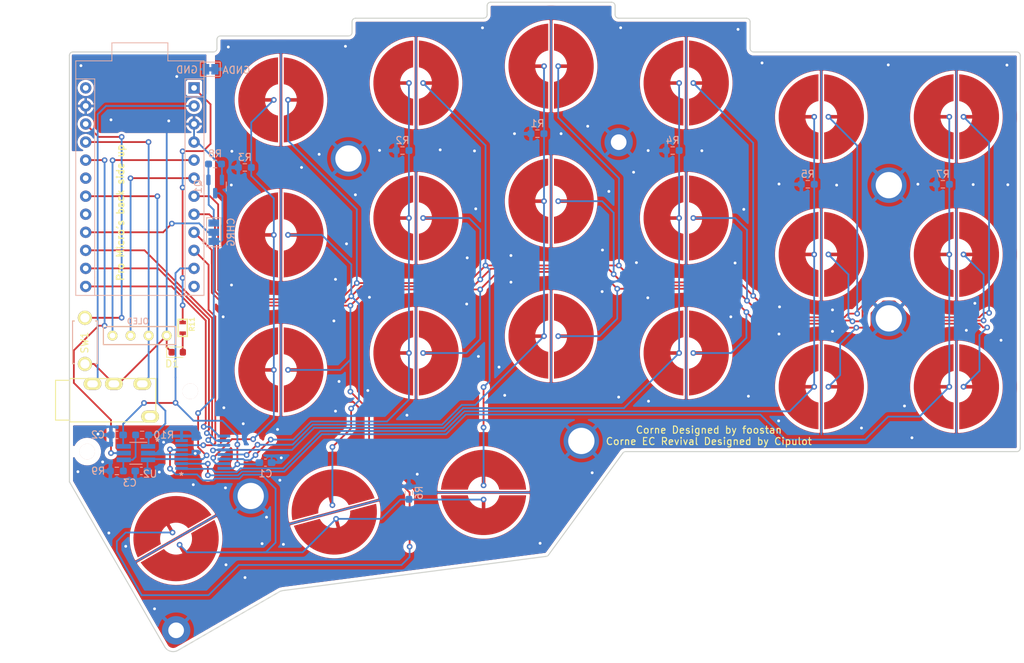
<source format=kicad_pcb>
(kicad_pcb (version 20211014) (generator pcbnew)

  (general
    (thickness 1.6)
  )

  (paper "A4")
  (title_block
    (title "Corne EC Revival | Right Side")
    (date "2022-01-28")
    (rev "1.0")
    (comment 1 "Copyright © 2021 Cipulot")
    (comment 2 "MIT License")
  )

  (layers
    (0 "F.Cu" signal)
    (31 "B.Cu" signal)
    (32 "B.Adhes" user "B.Adhesive")
    (33 "F.Adhes" user "F.Adhesive")
    (34 "B.Paste" user)
    (35 "F.Paste" user)
    (36 "B.SilkS" user "B.Silkscreen")
    (37 "F.SilkS" user "F.Silkscreen")
    (38 "B.Mask" user)
    (39 "F.Mask" user)
    (40 "Dwgs.User" user "User.Drawings")
    (41 "Cmts.User" user "User.Comments")
    (42 "Eco1.User" user "User.Eco1")
    (43 "Eco2.User" user "User.Eco2")
    (44 "Edge.Cuts" user)
    (45 "Margin" user)
    (46 "B.CrtYd" user "B.Courtyard")
    (47 "F.CrtYd" user "F.Courtyard")
    (48 "B.Fab" user)
    (49 "F.Fab" user)
  )

  (setup
    (pad_to_mask_clearance 0)
    (pcbplotparams
      (layerselection 0x00010fc_ffffffff)
      (disableapertmacros false)
      (usegerberextensions false)
      (usegerberattributes false)
      (usegerberadvancedattributes false)
      (creategerberjobfile true)
      (svguseinch false)
      (svgprecision 6)
      (excludeedgelayer true)
      (plotframeref false)
      (viasonmask false)
      (mode 1)
      (useauxorigin false)
      (hpglpennumber 1)
      (hpglpenspeed 20)
      (hpglpendiameter 15.000000)
      (dxfpolygonmode true)
      (dxfimperialunits true)
      (dxfusepcbnewfont true)
      (psnegative false)
      (psa4output false)
      (plotreference true)
      (plotvalue true)
      (plotinvisibletext false)
      (sketchpadsonfab false)
      (subtractmaskfromsilk true)
      (outputformat 1)
      (mirror false)
      (drillshape 0)
      (scaleselection 1)
      (outputdirectory "OG_right")
    )
  )

  (net 0 "")
  (net 1 "GNDA")
  (net 2 "ROW0")
  (net 3 "COL0")
  (net 4 "ROW1")
  (net 5 "ROW2")
  (net 6 "COL1")
  (net 7 "COL2")
  (net 8 "COL4")
  (net 9 "COL5")
  (net 10 "COL6")
  (net 11 "+5V")
  (net 12 "Net-(C3-Pad1)")
  (net 13 "GND")
  (net 14 "Net-(D1-Pad2)")
  (net 15 "SDA")
  (net 16 "SCL")
  (net 17 "Net-(JP1-Pad3)")
  (net 18 "CHARGE_RST")
  (net 19 "Net-(R10-Pad1)")
  (net 20 "ADC")
  (net 21 "LED")
  (net 22 "RESET")
  (net 23 "OPAMP_SHDN")
  (net 24 "DATA")
  (net 25 "COL_EN")
  (net 26 "CSEL2")
  (net 27 "CSEL1")
  (net 28 "CSEL0")
  (net 29 "unconnected-(U3-Pad17)")
  (net 30 "unconnected-(U3-Pad19)")
  (net 31 "unconnected-(U3-Pad12)")
  (net 32 "unconnected-(U3-Pad24)")
  (net 33 "COL3")
  (net 34 "VCC")
  (net 35 "unconnected-(J2-PadA)")

  (footprint "cipulot_parts:ecs_pad" (layer "F.Cu") (at 109.6264 108.6962))

  (footprint "cipulot_parts:ecs_pad" (layer "F.Cu") (at 109.6264 70.6962))

  (footprint "cipulot_parts:ecs_pad" (layer "F.Cu") (at 147.6264 103.9462))

  (footprint "cipulot_parts:ecs_pad" (layer "F.Cu") (at 166.6264 87.3212))

  (footprint "cipulot_parts:ecs_pad" (layer "F.Cu") (at 128.6264 68.3212))

  (footprint "cipulot_parts:ecs_pad" (layer "F.Cu") (at 147.6264 65.9462))

  (footprint "cipulot_parts:TRRS-PJ-320A-no-Fmask" (layer "F.Cu") (at 79.9277 112.9634 90))

  (footprint "cipulot_parts:SW_3.5x6.0_TH" (layer "F.Cu") (at 82.016459 104.839259 -90))

  (footprint "cipulot_parts:ecs_pad" (layer "F.Cu") (at 117.1264 128.6962 105))

  (footprint "cipulot_parts:ecs_pad" (layer "F.Cu") (at 204.6264 92.44494))

  (footprint "cipulot_parts:R_0603" (layer "F.Cu") (at 95.8078 102.778 -90))

  (footprint "cipulot_parts:ecs_pad" (layer "F.Cu") (at 166.6264 106.3212))

  (footprint "cipulot_parts:ecs_pad" (layer "F.Cu") (at 204.6264 111.0712))

  (footprint "cipulot_parts:ecs_pad" (layer "F.Cu") (at 185.6264 73.0712))

  (footprint "cipulot_parts:ecs_pad" (layer "F.Cu") (at 185.6264 111.0712))

  (footprint "cipulot_parts:ecs_pad" (layer "F.Cu") (at 138.1264 125.9462 90))

  (footprint "Diode_SMD:D_0603_1608Metric" (layer "F.Cu") (at 95.0458 106.207))

  (footprint "cipulot_parts:ecs_pad" (layer "F.Cu") (at 204.6264 73.0712))

  (footprint "cipulot_parts:ecs_pad" (layer "F.Cu")
    (tedit 6215439F) (tstamp ad08e5d4-999e-4573-a2c5-ea4aea5fe9da)
    (at 94.8764 132.4462 120)
    (descr " StepUp generated footprint")
    (property "Sheetfile" "corneec.kicad_sch")
    (property "Sheetname" "")
    (attr smd)
    (fp_text reference "SW22" (at -6 -8 120) (layer "F.SilkS") hide
      (effects (font (size 0.8 0.8) (thickness 0.12)))
      (tstamp 32c11fcc-0a77-4a47-ac56-b86a56b2cb6f)
    )
    (fp_text value "EC_SW" (at -4.899999 -5.6 120) (layer "F.SilkS") hide
      (effects (font (size 0.8 0.8) (thickness 0.12)))
      (tstamp e1f07fcf-40b1-4415-85a6-65065dc58da1)
    )
    (fp_text user "${REFERENCE}" (at 0 -2.5 120) (layer "F.Fab")
      (effects (font (size 0.8 0.8) (thickness 0.12)))
      (tstamp a9951110-2990-49a1-831e-bccdef3946c3)
    )
    (fp_line (start -7 9) (end 7 9) (layer "Dwgs.User") (width 0.12) (tstamp 00d2bd23-947e-4a27-ae99-b25a72213bf9))
    (fp_line (start -9 -7) (end -9 -2) (layer "Dwgs.User") (width 0.12) (tstamp 015d0d94-1edd-4685-b5dd-490d0b3cdff9))
    (fp_line (start -7 -9) (end -9 -7) (layer "Dwgs.User") (width 0.12) (tstamp 01ba4546-bc9e-4372-a5a5-88da8e0df8ab))
    (fp_line (start 9 -2) (end 9 2) (layer "Dwgs.User") (width 0.12) (tstamp 18dd5408-2f05-4dcc-a641-148f18a9a673))
    (fp_line (start 7 9) (end 9 7) (layer "Dwgs.User") (width 0.12) (tstamp 1fce72cf-e22b-4b88-9f3c-78ae6e51d843))
    (fp_line (start 7 -9) (end -7 -9) (layer "Dwgs.User") (width 0.12) (tstamp 474b9c08-f27d-4575-a70a-b46ef84c8a62))
    (fp_line (start -7 -7) (end -7 7) (layer "Dwgs.User") (width 0.12) (tstamp 52cf702c-a008-40b2-84f5-a17dd0e0ca1c))
    (fp_line (start 9 -2) (end 9 -7) (layer "Dwgs.User") (width 0.12) (tstamp 6f4e631e-a257-4ca6-ab24-95183f7b4492))
    (fp_line (start -7 7) (end 7 7) (layer "Dwgs.User") (width 0.12) (tstamp 9cdb205e-cf4a-4d98-8f90-6dee9ff4e85d))
    (fp_line (start 7 7) (end 7 -7) (layer "Dwgs.User") (width 0.12) (tstamp ad79303a-6120-4c10-b936-8ee93a134ac1))
    (fp_line (start 9 7) (end 9 2) (layer "Dwgs.User") (width 0.12) (tstamp aecc79f1-796e-45a4-86e0-bfd3383bb31c))
    (fp_line (start -9 2) (end -9 7) (layer "Dwgs.User") (width 0.12) (tstamp c61f073c-076e-4378-b2cb-3650e640a861))
    (fp_line (start -9 7) (end -7 9) (layer "Dwgs.User") (width 0.12) (tstamp d9a76ad4-0d91-41b7-9896-72f27bf5fd98))
    (fp_line (start 7 -9) (end 9 -7) (layer "Dwgs.User") (width 0.12) (tstamp da8b25bc-c5f4-4496-8652-207c8eee8e50))
    (fp_line (start 7 -7) (end -7 -7) (layer "Dwgs.User") (width 0.12) (tstamp f3a6b616-bd30-468e-a60c-ec2c78b0a48d))
    (fp_line (start -9 -2) (end -9 2) (layer "Dwgs.User") (width 0.12) (tstamp f5a03a26-e2d4-4109-bbe5-768ed5a1f848))
    (fp_arc (start -9 -2) (mid -7 0) (end -9 2) (layer "Dwgs.User") (width 0.12) (tstamp 25fc1ff8-331d-4d17-bddb-853a05535ceb))
    (fp_arc (start 9 2) (mid 7 0) (end 9 -2) (layer "Dwgs.User") (width 0.12) (tstamp 33e2015b-411f-4f29-950b-92974f00eff1))
    (fp_arc (start 2 -9) (mid 0 -7) (end -2 -9) (layer "Dwgs.User") (width 0.12) (tstamp 7148b525-24d2-4fd0-a5e9-08df9da79458))
    (fp_arc (start -2 9) (mid 0 7) (end 2 9) (layer "Dwgs.User") (width 0.12) (tstamp aea0a85b-4c25-4031-a073-52a27497bb93))
    (fp_circle (center 0 0) (end 6.5532 0) (layer "User.3") (width 0.12) (fill none) (tstamp c475e457-db65-419e-b338-856cbb04bf0b))
    (pad "1" smd custom (at -1 0 120) (size 0.4 0.4) (layers "F.Cu")
      (net 10 "COL6") (pinfunction "1") (pintype "passive") (zone_connect 0)
      (options (clearance outline) (anchor circle))
      (primitives
        (gr_poly (pts
            (xy 0.6 -2.214159)
            (xy 0.320477 -2.144936)
            (xy 0.052085 -2.040578)
            (xy -0.20078 -1.902795)
            (xy -0.433976 -1.733843)
            (xy -0.643683 -1.536492)
            (xy -0.826466 -1.313972)
            (xy -0.979332 -1.069928)
            (xy -1.099775 -0.80836)
            (xy -1.185824 -0.53355)
            (xy -1.236068 -0.25)
            (xy 0 -0.25)
            (xy 0.095671 -0.23097)
            (xy 0.176777 -0.176777)
            (xy 0.23097 -0.095671)
            (xy 0.25 0)
            (xy 0.23097 0.095671)
            (xy 0.176777 0.176777)
            (xy 0.095671 0.23097)
            (xy 0 0.25)
            (xy -1.236068 0.25)
            (xy -1.185824 0.53355)
            (xy -1.099775 0.80836)
            (xy -0.979332 1.069928)
            (xy -0.826466 1.313972)
            (xy -0.643683 1.536492)
            (xy -0.433976 1.733843)
            (xy -0.20078 1.902795)
            (xy 0.052085 2.040578)
            (xy 0.320477 2.144936)
            (xy 0.6 2.214159)
            (xy 0.6 5.986652)
            (xy 0.115133 5.934392)
            (xy -0.363889 5.842928)
            (xy -0.8339 5.712864)
            (xy -1.291796 5.545058)
            (xy -1.734552 5.34062)
            (xy -2.159242 5.100901)
            (xy -2.563061 4.827483)
            (xy -2.943342 4.522174)
            (xy -3.297572 4.186989)
            (xy -3.62341 3.824144)
            (xy -3.918705 3.436035)
            (xy -4.181506 3.025227)
            (xy -4.410075 2.594434)
            (xy -4.602904 2.1465)
            (xy -4.758719 1.684386)
            (xy -4.876489 1.211145)
            (xy -4.955438 0.729902)
            (xy -4.995043 0.243838)
            (xy -4.995043 -0.243838)
            (xy -4.955438 -0.729902)
            (xy -4.876489 -1.211145)
            (xy -4.758719 -1.684386)
            (xy -4.602904 -2.1465)
            (xy -4.410075 -2.594434)
            (xy -4.181506 -3.025227)
            (xy -3.918705 -3.436035)
            (xy -3.62341 -3.824144)
            (xy -3.297572 -4.186989)
            (xy -2.943342 -4.522174)
            (xy -2.563061 -4.827483)
            (xy -2.159242 -5.100901)
            (xy -1.734552 -5.34062)
            (xy -1.291796 -5.545058)
            (xy -0.8339 -5.712864)
            (xy -0.363889 -5.842928)
            (xy 0.115133 -5.934392)
            (xy 0.6 -5.986652)
          ) (width 0) (fill yes))
      ) (tstamp 5f868e9d-414c-4552-a47d-cdef30635a50))
    (pad "2" smd custom (at 1 0 300) (size 0.4 0.4) (layers "F.Cu")
      (net 5 "ROW2") (pinfunction "2") (pintype "passive") (zone_connect 0)
      (options (clearance outline) (anchor circle))
      (primitives
        (gr_poly (pts
            (xy 0.6 -2.214159)
            (xy 0.320477 -2.144936)
            (xy 0.052085 -2.040578)
            (xy -0.20078 -1.902795)
            (xy -0.433976 -1.733843)
            (xy -0.643683 -1.536492)
            (xy -0.826466 -1.313972)
            (xy -0.979332 -1.069928)
            (xy -1.099775 -0.80836)
            (xy -1.185824 -0.53355)
            (xy -1.236068 -0.25)
            (xy 0 -0.25)
            (xy 0.095671 -0.23097)
            (xy 0.176777 -0.176777)
            (xy 0.23097 -0.095671)
            (xy 0.25 0)
            (xy 0.23097 0.095671)
            (xy 0.176777 0.176777)
            (xy 0.095671 0.23097)
            (xy 0 0.25)
            (xy -1.236068 0.25)
            (xy -1.185824 0.53355)
            (xy -1.099775 0.80836)
            (xy -0.979332 1.069928)
            (xy -0.826466 1.313972)
            (xy -0.643683 1.536492)
            (xy -0.433976 1.733843)
            (xy -0.20078 1.902795)
            (xy 0.052085 2.040578)
            (xy 0.320477 2.144936)
            (xy 0.6 2.214159)
            (xy 0.6 5.986652)
            (xy 0.115133 5.934392)
            (xy -0.363889 5.842928)
            (xy -0.8339 5.712864)
            (xy -1.291796 5.545058)
            (xy -1.734552 5.34062)
            (xy -2.159242 5.100901)
            (xy -2.563061 4.827483)
            (xy -2.943342 4.522174)
            (xy -3.297572 4.186989)
            (xy -3.62341 3.824144)
            (xy -3.918705 3.436035)
            (xy -4.181506 3.025227)
            (xy -4.410075 2.594434)
            (xy -4.602904 2.1465)
            (xy -4.758719 1.684386)
            (xy -4.876489 1.211145)
            (xy -4.955438 0.729902)
            (xy -4.995043 0.243838)
            (xy -4.995043 -0.243838)
            (xy -4.955438 -0.729902)
            (xy -4.876489 -1.211145)
            (xy -4.758719 -1.684386)
            (xy -4.602904 -2.1465)
            (xy -4.410075 -2.594434)
            (xy -4.181506 -3.025227)
            (xy -3.918705 -3.436035)
            (xy -3.62341 -3.824144)
            (xy -3.297572 -4.186989)
            (xy -2.943342 -4.522174)
            (xy -2.563061 -4.827483)
            (xy -2.159242 -5.100901)
            (xy -1.734552 -5.34062)
            (xy -1.291796 -5.545058)
            (xy -0.8339 -5.712864)
            (xy -0.363889 -5.842928)
            (xy 0.115133 -5.934392)
            (xy 0.6 -5.986652)
          ) (width 0) (fill yes))
      ) (tstamp 3411aa83-ed36-4e61-a373-c5d0fa7de01c))
    (pad "3" smd custom (at 8 0 120) (size 0.5 0.5) (layers "F.Cu")
      (net 1 "GNDA") (pinfunction "SG") (pintype "input") (zone_connect 2)
      (options (clearance convexhull) (anchor rect))
      (primitives
        (gr_circle (center -8 0) (end -0.25 0) (width 1.5))
        (gr_line (start -8 8) (end -8 -8) (width 0.4))
      ) (tstamp a6a523ea-6455-4ed5-b384-734b4ef6c606))
    (zone (net 0) (net_name "") (layer "B.Cu") (tstamp 42f0c85e-b71c-493c-8800-dccfb154756b) (hatch edge 0.508)
      (connect_pads (clearance 0))
      (min_thickness 0.254)
      (keepout (tracks not_allowed) (vias allowed) (pads allowed ) (copperpour not_allowed) (footprints allowed))
      (fill (thermal_gap 0.508) (thermal_bridge_width 0.508))
      (polygon
        (pts
          (xy 91.597272 126.766584)
          (xy 91.161763 127.04137)
          (xy 
... [1098835 chars truncated]
</source>
